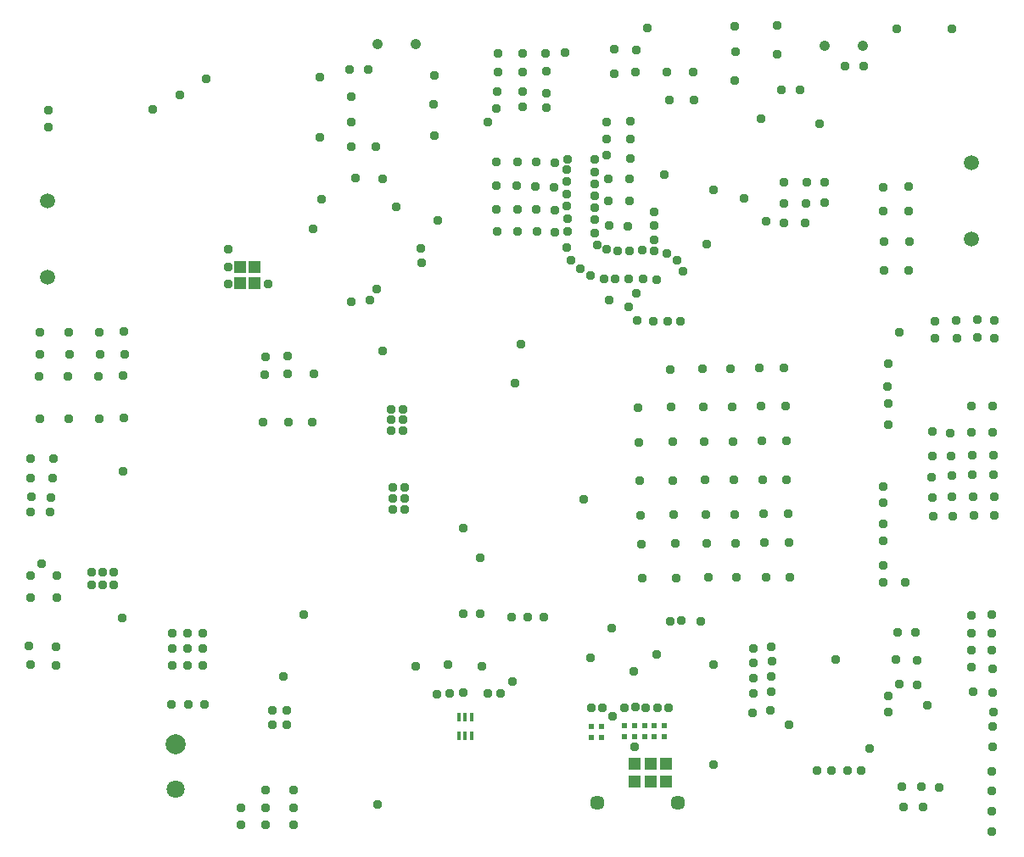
<source format=gbr>
G04 EAGLE Gerber RS-274X export*
G75*
%MOMM*%
%FSLAX34Y34*%
%LPD*%
%INSoldermask Bottom*%
%IPPOS*%
%AMOC8*
5,1,8,0,0,1.08239X$1,22.5*%
G01*
%ADD10C,2.003200*%
%ADD11C,1.803200*%
%ADD12R,1.203200X1.173200*%
%ADD13C,1.511200*%
%ADD14C,1.053200*%
%ADD15R,0.450997X0.901600*%
%ADD16R,0.450200X0.901250*%
%ADD17R,0.449778X0.900731*%
%ADD18R,0.448763X0.898544*%
%ADD19R,0.450038X0.899919*%
%ADD20R,0.451438X0.899178*%
%ADD21C,1.453200*%
%ADD22R,0.513200X0.613200*%
%ADD23R,1.203200X1.303200*%
%ADD24C,0.959600*%


D10*
X166090Y104530D03*
D11*
X166090Y59530D03*
D12*
X230270Y564780D03*
X244970Y564780D03*
D13*
X38630Y646840D03*
X38630Y570640D03*
D12*
X230270Y580780D03*
X244970Y580780D03*
D14*
X405430Y803720D03*
X367430Y803720D03*
D15*
X461505Y112492D03*
D16*
X455001Y112494D03*
D17*
X448499Y112496D03*
D18*
X448494Y131507D03*
D19*
X455000Y131500D03*
D20*
X461507Y131504D03*
D21*
X667000Y46000D03*
X587000Y46000D03*
D22*
X580770Y122230D03*
X580770Y111230D03*
X590770Y122230D03*
X590770Y111230D03*
X614000Y123000D03*
X614000Y112000D03*
X634000Y123000D03*
X634000Y112000D03*
X644000Y123000D03*
X644000Y112000D03*
X654000Y123000D03*
X654000Y112000D03*
D23*
X623900Y67470D03*
X623900Y84650D03*
X639900Y67470D03*
X639900Y84650D03*
X655900Y67470D03*
X655900Y84650D03*
D22*
X624000Y123000D03*
X624000Y112000D03*
D13*
X960500Y608900D03*
X960500Y685100D03*
D14*
X852000Y802000D03*
X814000Y802000D03*
D24*
X114000Y377000D03*
X113000Y231000D03*
X44000Y389500D03*
X294020Y233980D03*
X21500Y390000D03*
X21500Y370500D03*
X43000Y370000D03*
X22000Y352000D03*
X41500Y351000D03*
X21500Y336500D03*
X41000Y336000D03*
X21000Y273000D03*
X21000Y251000D03*
X48000Y273000D03*
X48000Y251000D03*
X47000Y202000D03*
X20000Y203000D03*
X21000Y184000D03*
X47000Y183000D03*
X163000Y215000D03*
X163000Y200000D03*
X163000Y183000D03*
X178000Y200000D03*
X178000Y215000D03*
X178000Y183000D03*
X193000Y183000D03*
X193000Y200000D03*
X193000Y215000D03*
X162000Y144000D03*
X179000Y144000D03*
X195000Y144000D03*
X263000Y138000D03*
X277000Y138000D03*
X263000Y124000D03*
X277000Y123500D03*
X256000Y59000D03*
X284000Y59000D03*
X284000Y41000D03*
X256000Y41000D03*
X231000Y41000D03*
X231000Y24000D03*
X256000Y24000D03*
X284000Y24000D03*
X32000Y285000D03*
X274000Y172000D03*
X490500Y155000D03*
X502000Y167500D03*
X533500Y231500D03*
X517500Y231500D03*
X501500Y231500D03*
X472000Y182000D03*
X437500Y184000D03*
X405500Y182500D03*
X602000Y132500D03*
X381010Y428560D03*
X981500Y180000D03*
X981000Y17000D03*
X981000Y37500D03*
X981000Y57500D03*
X981000Y77500D03*
X981500Y101500D03*
X981500Y122000D03*
X982000Y136500D03*
X960000Y181500D03*
X980500Y198500D03*
X960500Y198000D03*
X960500Y215000D03*
X981500Y156000D03*
X981000Y215000D03*
X981000Y234000D03*
X960500Y233000D03*
X395010Y360560D03*
X395010Y349560D03*
X395010Y338560D03*
X383010Y338560D03*
X383010Y349560D03*
X383010Y360560D03*
X381010Y417560D03*
X381010Y439100D03*
X393010Y439100D03*
X393010Y428560D03*
X393010Y417560D03*
X894500Y266000D03*
X872500Y266500D03*
X872500Y283000D03*
X872500Y308000D03*
X872500Y324500D03*
X872500Y345500D03*
X872500Y362000D03*
X983500Y333000D03*
X962500Y333000D03*
X941500Y332500D03*
X922000Y332500D03*
X921000Y351000D03*
X941000Y351500D03*
X962000Y352000D03*
X983000Y352000D03*
X982500Y373500D03*
X961500Y373500D03*
X940500Y373000D03*
X920500Y371500D03*
X921000Y392000D03*
X940000Y392500D03*
X961000Y393000D03*
X982000Y393000D03*
X981500Y416000D03*
X960500Y416000D03*
X939500Y415500D03*
X921000Y416500D03*
X981500Y442500D03*
X960000Y442500D03*
X877000Y423500D03*
X877000Y445000D03*
X876500Y462000D03*
X877000Y484500D03*
X888000Y516000D03*
X924000Y510000D03*
X923500Y526500D03*
X946000Y510000D03*
X945000Y527500D03*
X966500Y510500D03*
X966000Y528500D03*
X983000Y528000D03*
X983500Y510000D03*
X603500Y798500D03*
X625500Y797500D03*
X625000Y776000D03*
X604000Y774500D03*
X596000Y725500D03*
X620000Y727000D03*
X620000Y709000D03*
X596500Y709000D03*
X596500Y692500D03*
X620000Y689500D03*
X618820Y668860D03*
X598020Y669410D03*
X584500Y689000D03*
X584500Y676000D03*
X584500Y664000D03*
X584500Y652000D03*
X584500Y640500D03*
X598000Y647000D03*
X619000Y647000D03*
X643500Y623000D03*
X643500Y608500D03*
X643500Y636500D03*
X584500Y628500D03*
X584500Y615000D03*
X598500Y622500D03*
X617500Y622000D03*
X586500Y603500D03*
X596500Y598500D03*
X607500Y597500D03*
X619500Y597500D03*
X631500Y598000D03*
X644000Y597500D03*
X656500Y594500D03*
X666500Y588000D03*
X672500Y576500D03*
X554500Y795500D03*
X535500Y794500D03*
X512000Y794500D03*
X488000Y794500D03*
X487500Y775500D03*
X512500Y776000D03*
X536000Y776500D03*
X536000Y755000D03*
X512000Y756500D03*
X487000Y756500D03*
X486500Y739500D03*
X512500Y741000D03*
X536500Y740500D03*
X486500Y686500D03*
X507000Y686500D03*
X526000Y686000D03*
X544500Y685500D03*
X557000Y689000D03*
X556500Y678500D03*
X556500Y666500D03*
X556500Y654000D03*
X544000Y661000D03*
X525500Y661500D03*
X506500Y662000D03*
X486000Y662000D03*
X486500Y639000D03*
X556500Y642000D03*
X544500Y638000D03*
X526000Y638500D03*
X507000Y639000D03*
X487000Y617000D03*
X507500Y617000D03*
X526500Y616500D03*
X545000Y616000D03*
X557000Y629000D03*
X557000Y616500D03*
X556500Y600500D03*
X561000Y587500D03*
X570000Y579000D03*
X580500Y572500D03*
X594000Y569000D03*
X605000Y569000D03*
X618500Y569500D03*
X633000Y569000D03*
X646000Y568000D03*
X626000Y554500D03*
X599000Y548000D03*
X618000Y541000D03*
X626500Y527500D03*
X643000Y527000D03*
X657500Y527000D03*
X670000Y526500D03*
X253000Y426000D03*
X277500Y492000D03*
X278000Y474500D03*
X255000Y473500D03*
X255500Y491500D03*
X279000Y426000D03*
X302500Y426000D03*
X304500Y474000D03*
X30500Y516000D03*
X59500Y516000D03*
X90000Y516000D03*
X114500Y516500D03*
X31000Y493500D03*
X60000Y493500D03*
X90500Y493500D03*
X115000Y494000D03*
X30000Y472000D03*
X59000Y472000D03*
X89500Y472000D03*
X114000Y472500D03*
X30500Y429500D03*
X59500Y429500D03*
X90000Y429500D03*
X114500Y430000D03*
X771000Y758000D03*
X789000Y758000D03*
X339500Y778000D03*
X358500Y778500D03*
X341500Y751500D03*
X366000Y701500D03*
X341000Y725500D03*
X341500Y701500D03*
X346000Y670000D03*
X372500Y669500D03*
X386000Y641500D03*
X424000Y772500D03*
X423500Y744000D03*
X424500Y712500D03*
X656500Y776000D03*
X683000Y776000D03*
X658500Y748000D03*
X683500Y748000D03*
X653500Y673500D03*
X872000Y661000D03*
X872000Y637000D03*
X873500Y606500D03*
X873000Y577500D03*
X898000Y577500D03*
X898500Y606500D03*
X898000Y637000D03*
X897500Y661500D03*
X724500Y821500D03*
X766000Y822500D03*
X725000Y796500D03*
X766500Y794000D03*
X627500Y440500D03*
X661000Y441000D03*
X693000Y441500D03*
X721500Y441500D03*
X750500Y442000D03*
X774500Y442000D03*
X773000Y666000D03*
X796000Y665500D03*
X814000Y665500D03*
X773500Y645000D03*
X795500Y645000D03*
X813500Y645500D03*
X773500Y625000D03*
X794500Y625000D03*
X628500Y406000D03*
X662000Y406500D03*
X694000Y407000D03*
X722500Y407000D03*
X751500Y407500D03*
X775500Y407500D03*
X629000Y367500D03*
X662500Y368000D03*
X694500Y368500D03*
X723000Y368500D03*
X752000Y369000D03*
X776000Y369000D03*
X630000Y333000D03*
X663500Y333500D03*
X695500Y334000D03*
X724000Y334000D03*
X753000Y334500D03*
X777000Y334500D03*
X659500Y479000D03*
X691500Y479500D03*
X720000Y479500D03*
X749000Y480000D03*
X773000Y480000D03*
X631000Y304500D03*
X664500Y305000D03*
X696500Y305500D03*
X725000Y305500D03*
X754000Y306000D03*
X778000Y306000D03*
X760500Y202000D03*
X761000Y187500D03*
X760500Y172500D03*
X760500Y157000D03*
X760000Y138000D03*
X632000Y270000D03*
X665500Y270500D03*
X697500Y271000D03*
X726000Y271000D03*
X755000Y271500D03*
X779000Y271500D03*
X742500Y200000D03*
X743000Y185500D03*
X742500Y170500D03*
X742500Y155000D03*
X742000Y136000D03*
X887000Y216000D03*
X885000Y189000D03*
X888000Y164500D03*
X877000Y152500D03*
X877500Y136500D03*
X806500Y78500D03*
X821000Y78500D03*
X836500Y78500D03*
X850000Y78500D03*
X891000Y62500D03*
X910500Y62000D03*
X892500Y42000D03*
X912000Y42000D03*
X928500Y61000D03*
X904000Y216000D03*
X906000Y188500D03*
X906000Y164000D03*
X82000Y276000D03*
X82000Y264000D03*
X93000Y276000D03*
X104000Y276000D03*
X104000Y264000D03*
X93000Y264000D03*
X258000Y564000D03*
X428080Y627570D03*
X637000Y819500D03*
X477500Y725500D03*
X724000Y767500D03*
X809000Y724000D03*
X312000Y649000D03*
X303000Y619000D03*
X39000Y721000D03*
X39000Y738000D03*
X143000Y739000D03*
X170000Y753000D03*
X310000Y771000D03*
X197000Y769000D03*
X310000Y711000D03*
X219000Y599000D03*
X412000Y585500D03*
X733500Y649500D03*
X411000Y600000D03*
X702500Y658500D03*
X341000Y546000D03*
X373000Y497000D03*
X368000Y44500D03*
X962000Y157000D03*
X360000Y548000D03*
X505000Y465000D03*
X367000Y559000D03*
X511000Y504000D03*
X219000Y564000D03*
X219000Y581000D03*
X778000Y124000D03*
X824770Y188720D03*
X885500Y819000D03*
X940500Y819000D03*
X859000Y100500D03*
X916000Y143000D03*
X573500Y349000D03*
X696000Y604000D03*
X755500Y627000D03*
X478000Y155000D03*
X470000Y235000D03*
X470500Y291000D03*
X453500Y234500D03*
X453500Y320500D03*
X453541Y156041D03*
X427000Y154000D03*
X440000Y155000D03*
X703000Y84500D03*
X625000Y141500D03*
X624000Y102000D03*
X614000Y141000D03*
X623000Y177500D03*
X702500Y184000D03*
X635500Y141000D03*
X592000Y141000D03*
X601000Y220000D03*
X660000Y227000D03*
X581000Y141000D03*
X580000Y191000D03*
X671000Y228000D03*
X658000Y140500D03*
X647000Y140500D03*
X646500Y194500D03*
X690000Y227000D03*
X750000Y729500D03*
X853000Y781500D03*
X834000Y781500D03*
M02*

</source>
